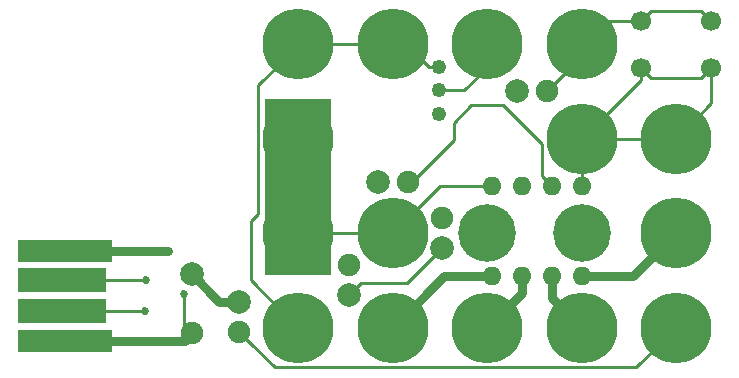
<source format=gtl>
G04 This is an RS-274x file exported by *
G04 gerbv version 2.6.0 *
G04 More information is available about gerbv at *
G04 http://gerbv.gpleda.org/ *
G04 --End of header info--*
%MOIN*%
%FSLAX34Y34*%
%IPPOS*%
G04 --Define apertures--*
%ADD10C,0.0039*%
%ADD11C,0.0669*%
%ADD12C,0.1921*%
%ADD13C,0.2362*%
%ADD14O,0.0630X0.0630*%
%ADD15R,0.2189X0.5906*%
%ADD16C,0.0787*%
%ADD17C,0.0748*%
%ADD18R,0.3150X0.0748*%
%ADD19R,0.2953X0.0787*%
%ADD20C,0.0492*%
%ADD21C,0.0270*%
%ADD22C,0.0100*%
%ADD23C,0.0300*%
G04 --Start main section--*
G54D11*
G01X0059446Y-037801D03*
G01X0057084Y-037801D03*
G01X0059446Y-036226D03*
G01X0057084Y-036226D03*
G54D13*
G01X0055118Y-037008D03*
G01X0058268Y-040157D03*
G01X0058268Y-043307D03*
G54D14*
G01X0055118Y-041732D03*
G01X0054118Y-041732D03*
G01X0053118Y-041732D03*
G01X0052118Y-041732D03*
G01X0052118Y-044732D03*
G01X0053118Y-044732D03*
G01X0054118Y-044732D03*
G01X0055118Y-044732D03*
G54D12*
G01X0055118Y-043307D03*
G01X0051969Y-043307D03*
G54D13*
G01X0045669Y-040157D03*
G01X0045669Y-043307D03*
G01X0045669Y-046457D03*
G01X0045669Y-037008D03*
G54D15*
G01X0045669Y-041759D03*
G54D16*
G01X0043701Y-045606D03*
G54D17*
G01X0043701Y-046591D03*
G54D13*
G01X0055118Y-040157D03*
G54D18*
G01X0037894Y-043894D03*
G01X0037894Y-046894D03*
G54D19*
G01X0037795Y-045906D03*
G01X0037795Y-044882D03*
G54D13*
G01X0048819Y-046457D03*
G01X0051969Y-046457D03*
G01X0055118Y-046457D03*
G54D16*
G01X0042126Y-044685D03*
G54D17*
G01X0042126Y-046654D03*
G54D16*
G01X0052980Y-038559D03*
G54D17*
G01X0053965Y-038559D03*
G54D16*
G01X0047362Y-045356D03*
G54D17*
G01X0047362Y-044372D03*
G54D16*
G01X0048344Y-041594D03*
G54D17*
G01X0049329Y-041594D03*
G54D16*
G01X0050463Y-043801D03*
G54D17*
G01X0050463Y-042817D03*
G54D13*
G01X0058268Y-046457D03*
G01X0048819Y-043307D03*
G01X0051969Y-037008D03*
G54D20*
G01X0050374Y-038553D03*
G01X0050374Y-037766D03*
G01X0050374Y-039341D03*
G54D13*
G01X0048819Y-037008D03*
G54D21*
G01X0041850Y-045354D03*
G01X0041335Y-043894D03*
G01X0040551Y-045906D03*
G01X0040591Y-044882D03*
G54D22*
G01X0055118Y-040157D02*
G01X0055118Y-041732D01*
G01X0055118Y-040157D02*
G01X0057084Y-038192D01*
G01X0057084Y-038192D02*
G01X0057084Y-037801D01*
G01X0055118Y-040157D02*
G01X0058268Y-040157D01*
G01X0057084Y-037801D02*
G01X0057419Y-038136D01*
G01X0059112Y-038136D02*
G01X0059446Y-037801D01*
G01X0057419Y-038136D02*
G01X0059112Y-038136D01*
G01X0059446Y-037801D02*
G01X0059446Y-038979D01*
G01X0059446Y-038979D02*
G01X0058268Y-040157D01*
G01X0049339Y-041732D02*
G01X0050852Y-040219D01*
G01X0050852Y-040219D02*
G01X0050852Y-039622D01*
G01X0050852Y-039622D02*
G01X0051433Y-039041D01*
G01X0053787Y-041401D02*
G01X0053803Y-041417D01*
G01X0051433Y-039041D02*
G01X0052504Y-039041D01*
G01X0052504Y-039041D02*
G01X0053787Y-040324D01*
G01X0053787Y-040324D02*
G01X0053787Y-041401D01*
G01X0053803Y-041417D02*
G01X0054118Y-041732D01*
G01X0058268Y-046457D02*
G01X0056937Y-047788D01*
G01X0056937Y-047788D02*
G01X0044898Y-047788D01*
G01X0044898Y-047788D02*
G01X0044075Y-046965D01*
G01X0044075Y-046965D02*
G01X0043701Y-046591D01*
G54D23*
G01X0037894Y-046894D02*
G01X0041886Y-046894D01*
G01X0041886Y-046894D02*
G01X0042126Y-046654D01*
G54D22*
G01X0041850Y-045354D02*
G01X0041850Y-046378D01*
G01X0041850Y-046378D02*
G01X0042126Y-046654D01*
G01X0052118Y-041732D02*
G01X0050394Y-041732D01*
G01X0050394Y-041732D02*
G01X0048819Y-043307D01*
G01X0045669Y-043307D02*
G01X0048819Y-043307D01*
G01X0053965Y-038559D02*
G01X0055118Y-037406D01*
G01X0055118Y-037406D02*
G01X0055118Y-037008D01*
G01X0059446Y-036226D02*
G01X0059112Y-035891D01*
G01X0059112Y-035891D02*
G01X0057419Y-035891D01*
G01X0057419Y-035891D02*
G01X0057084Y-036226D01*
G01X0057084Y-036226D02*
G01X0055900Y-036226D01*
G01X0055900Y-036226D02*
G01X0055118Y-037008D01*
G01X0054638Y-037488D02*
G01X0055118Y-037008D01*
G54D23*
G01X0052118Y-044732D02*
G01X0050543Y-044732D01*
G01X0050543Y-044732D02*
G01X0048819Y-046457D01*
G01X0053118Y-044732D02*
G01X0053118Y-045307D01*
G01X0053118Y-045307D02*
G01X0051969Y-046457D01*
G01X0054118Y-044732D02*
G01X0054118Y-045457D01*
G01X0054118Y-045457D02*
G01X0055118Y-046457D01*
G01X0037894Y-043894D02*
G01X0041335Y-043894D01*
G54D22*
G01X0051211Y-038553D02*
G01X0051969Y-037795D01*
G01X0051969Y-037795D02*
G01X0051969Y-037008D01*
G01X0050374Y-038553D02*
G01X0051211Y-038553D01*
G54D23*
G01X0056843Y-044732D02*
G01X0058268Y-043307D01*
G01X0055118Y-044732D02*
G01X0056843Y-044732D01*
G01X0043701Y-045606D02*
G01X0043047Y-045606D01*
G01X0043047Y-045606D02*
G01X0042126Y-044685D01*
G54D22*
G01X0047362Y-045356D02*
G01X0047756Y-044963D01*
G01X0047756Y-044963D02*
G01X0049301Y-044963D01*
G01X0049301Y-044963D02*
G01X0050069Y-044195D01*
G01X0050069Y-044195D02*
G01X0050463Y-043801D01*
G01X0039372Y-045906D02*
G01X0040551Y-045906D01*
G01X0037795Y-045906D02*
G01X0039372Y-045906D01*
G01X0039372Y-044882D02*
G01X0040591Y-044882D01*
G01X0037795Y-044882D02*
G01X0039372Y-044882D01*
G01X0045717Y-036996D02*
G01X0044338Y-038374D01*
G01X0044338Y-038374D02*
G01X0044338Y-042661D01*
G01X0044338Y-042661D02*
G01X0044343Y-042665D01*
G01X0044343Y-042665D02*
G01X0044094Y-042913D01*
G01X0044094Y-042913D02*
G01X0044094Y-044882D01*
G01X0044094Y-044882D02*
G01X0045669Y-046457D01*
G01X0050374Y-037766D02*
G01X0050026Y-037766D01*
G01X0050026Y-037766D02*
G01X0049268Y-037008D01*
G01X0049268Y-037008D02*
G01X0048819Y-037008D01*
G01X0045669Y-037008D02*
G01X0048819Y-037008D01*
M02*

</source>
